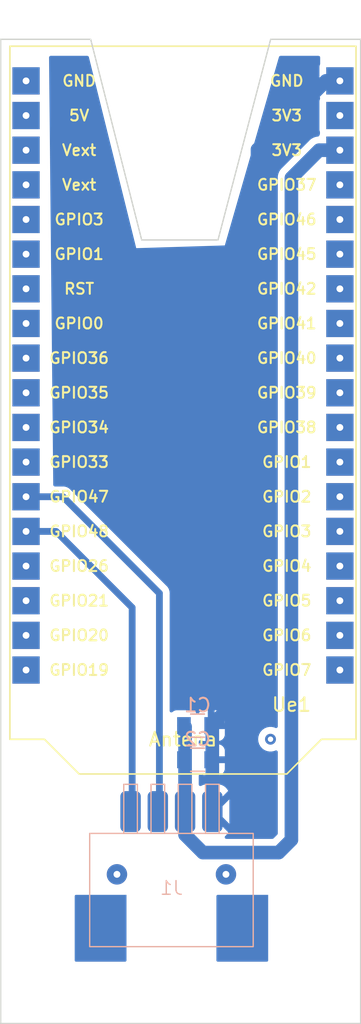
<source format=kicad_pcb>
(kicad_pcb (version 20221018) (generator pcbnew)
  (layers (0 "F.Cu" signal) (31 "B.Cu" signal) (34 "B.Paste" user) (35 "F.Paste" user) (36 "B.SilkS" user "B.Silkscreen") (37 "F.SilkS" user "F.Silkscreen") (38 "B.Mask" user) (39 "F.Mask" user) (44 "Edge.Cuts" user))
  (net 0 "")
  (net 1 "GND")
  (net 2 "+3.3V")
  (net 3 "I2C_SCL")
  (net 4 "I2C_SDA")
  (footprint "Heltec_Lora_footprints:Heltec_WiFi_LoRa_V2_pin_size_2mm" (layer "F.Cu") (at 122.677 200.348)
    (fp_text reference "Ue1" (at 7.959 20.32) (layer "F.SilkS"))
    (fp_text value "Heltec_LoRa-WB32")
    (fp_text user "GPIO33" (at -7.62 2.54) (layer "F.SilkS") (effects (font (size 0.8 0.8))))
    (fp_text user "5V" (at -7.62 -22.86) (layer "F.SilkS") (effects (font (size 0.8 0.8))))
    (fp_text user "GPIO2" (at 7.62 5.08) (layer "F.SilkS") (effects (font (size 0.8 0.8))))
    (fp_text user "GPIO39" (at 7.62 -2.54) (layer "F.SilkS") (effects (font (size 0.8 0.8))))
    (fp_text user "GPIO41" (at 7.62 -7.62) (layer "F.SilkS") (effects (font (size 0.8 0.8))))
    (fp_text user "GPIO21" (at -7.62 12.7) (layer "F.SilkS") (effects (font (size 0.8 0.8))))
    (fp_text user "GPIO4" (at 7.62 10.16) (layer "F.SilkS") (effects (font (size 0.8 0.8))))
    (fp_text user "GPIO46" (at 7.62 -15.24) (layer "F.SilkS") (effects (font (size 0.8 0.8))))
    (fp_text user "Vext" (at -7.62 -20.32) (layer "F.SilkS") (effects (font (size 0.8 0.8))))
    (fp_text user "GPIO19" (at -7.62 17.78) (layer "F.SilkS") (effects (font (size 0.8 0.8))))
    (fp_text user "GPIO48" (at -7.62 7.62) (layer "F.SilkS") (effects (font (size 0.8 0.8))))
    (fp_text user "GPIO47" (at -7.62 5.08) (layer "F.SilkS") (effects (font (size 0.8 0.8))))
    (fp_text user "GPIO20" (at -7.62 15.24) (layer "F.SilkS") (effects (font (size 0.8 0.8))))
    (fp_text user "GPIO1" (at -7.62 -12.7) (layer "F.SilkS") (effects (font (size 0.8 0.8))))
    (fp_text user "3V3" (at 7.62 -20.32) (layer "F.SilkS") (effects (font (size 0.8 0.8))))
    (fp_text user "GPIO7" (at 7.62 17.78) (layer "F.SilkS") (effects (font (size 0.8 0.8))))
    (fp_text user "GND" (at -7.62 -25.4) (layer "F.SilkS") (effects (font (size 0.8 0.8))))
    (fp_text user "GPIO26" (at -7.62 10.16) (layer "F.SilkS") (effects (font (size 0.8 0.8))))
    (fp_text user "GPIO42" (at 7.62 -10.16) (layer "F.SilkS") (effects (font (size 0.8 0.8))))
    (fp_text user "GPIO3" (at -7.62 -15.24) (layer "F.SilkS") (effects (font (size 0.8 0.8))))
    (fp_text user "GND" (at 7.62 -25.4) (layer "F.SilkS") (effects (font (size 0.8 0.8))))
    (fp_text user "Antena" (at 0 22.86) (layer "F.SilkS"))
    (fp_text user "GPIO37" (at 7.62 -17.78) (layer "F.SilkS") (effects (font (size 0.8 0.8))))
    (fp_text user "GPIO34" (at -7.62 0) (layer "F.SilkS") (effects (font (size 0.8 0.8))))
    (fp_text user "RST" (at -7.62 -10.16) (layer "F.SilkS") (effects (font (size 0.8 0.8))))
    (fp_text user "GPIO3" (at 7.62 7.62) (layer "F.SilkS") (effects (font (size 0.8 0.8))))
    (fp_text user "GPIO38" (at 7.62 0) (layer "F.SilkS") (effects (font (size 0.8 0.8))))
    (fp_text user "GPIO40" (at 7.62 -5.08) (layer "F.SilkS") (effects (font (size 0.8 0.8))))
    (fp_text user "GPIO45" (at 7.62 -12.7) (layer "F.SilkS") (effects (font (size 0.8 0.8))))
    (fp_text user "GPIO1" (at 7.62 2.54) (layer "F.SilkS") (effects (font (size 0.8 0.8))))
    (fp_text user "GPIO6" (at 7.62 15.24) (layer "F.SilkS") (effects (font (size 0.8 0.8))))
    (fp_text user "GPIO36" (at -7.62 -5.08) (layer "F.SilkS") (effects (font (size 0.8 0.8))))
    (fp_text user "GPIO0" (at -7.62 -7.62) (layer "F.SilkS") (effects (font (size 0.8 0.8))))
    (fp_text user "3V3" (at 7.62 -22.86) (layer "F.SilkS") (effects (font (size 0.8 0.8))))
    (fp_text user "GPIO35" (at -7.62 -2.54) (layer "F.SilkS") (effects (font (size 0.8 0.8))))
    (fp_text user "GPIO5" (at 7.62 12.7) (layer "F.SilkS") (effects (font (size 0.8 0.8))))
    (fp_text user "Vext" (at -7.62 -17.78) (layer "F.SilkS") (effects (font (size 0.8 0.8))))
    (fp_line (start -12.7 -27.94) (end -12.7 17.78) (stroke (width 0.12)) (layer "F.SilkS"))
    (fp_line (start -12.7 -27.94) (end 12.7 -27.94) (stroke (width 0.12)) (layer "F.SilkS"))
    (fp_line (start -12.7 17.78) (end -12.7 22.86) (stroke (width 0.12)) (layer "F.SilkS"))
    (fp_line (start -12.7 22.86) (end -10.16 22.86) (stroke (width 0.12)) (layer "F.SilkS"))
    (fp_line (start -10.16 22.86) (end -7.62 25.4) (stroke (width 0.12)) (layer "F.SilkS"))
    (fp_line (start -7.62 25.4) (end 7.62 25.4) (stroke (width 0.12)) (layer "F.SilkS"))
    (fp_line (start 7.62 25.4) (end 10.16 22.86) (stroke (width 0.12)) (layer "F.SilkS"))
    (fp_line (start 10.16 22.86) (end 12.7 22.86) (stroke (width 0.12)) (layer "F.SilkS"))
    (fp_line (start 12.7 17.78) (end 12.7 -27.94) (stroke (width 0.12)) (layer "F.SilkS"))
    (fp_line (start 12.7 22.86) (end 12.7 17.78) (stroke (width 0.12)) (layer "F.SilkS"))
    (pad "1" thru_hole rect (at -11.515 -25.4) (size 2 2) (drill 0.5) (layers "*.Cu" "*.Mask"))
    (pad "2" thru_hole rect (at -11.515 -22.86) (size 2 2) (drill 0.5) (layers "*.Cu" "*.Mask"))
    (pad "3" thru_hole rect (at -11.515 -20.32) (size 2 2) (drill 0.5) (layers "*.Cu" "*.Mask"))
    (pad "4" thru_hole rect (at -11.515 -17.78) (size 2 2) (drill 0.5) (layers "*.Cu" "*.Mask"))
    (pad "5" thru_hole rect (at -11.515 -15.24) (size 2 2) (drill 0.5) (layers "*.Cu" "*.Mask"))
    (pad "6" thru_hole rect (at -11.515 -12.7) (size 2 2) (drill 0.5) (layers "*.Cu" "*.Mask"))
    (pad "7" thru_hole rect (at -11.515 -10.16) (size 2 2) (drill 0.5) (layers "*.Cu" "*.Mask"))
    (pad "8" thru_hole rect (at -11.515 -7.62) (size 2 2) (drill 0.5) (layers "*.Cu" "*.Mask"))
    (pad "9" thru_hole rect (at -11.515 -5.08) (size 2 2) (drill 0.5) (layers "*.Cu" "*.Mask"))
    (pad "10" thru_hole rect (at -11.515 -2.54) (size 2 2) (drill 0.5) (layers "*.Cu" "*.Mask"))
    (pad "11" thru_hole rect (at -11.515 0) (size 2 2) (drill 0.5) (layers "*.Cu" "*.Mask"))
    (pad "12" thru_hole rect (at -11.515 2.54) (size 2 2) (drill 0.5) (layers "*.Cu" "*.Mask"))
    (pad "13" thru_hole rect (at -11.515 5.08) (size 2 2) (drill 0.5) (layers "*.Cu" "*.Mask") (net 3 "I2C_SCL"))
    (pad "14" thru_hole rect (at -11.515 7.62) (size 2 2) (drill 0.5) (layers "*.Cu" "*.Mask") (net 4 "I2C_SDA"))
    (pad "15" thru_hole rect (at -11.515 10.16) (size 2 2) (drill 0.5) (layers "*.Cu" "*.Mask"))
    (pad "16" thru_hole rect (at -11.515 12.7) (size 2 2) (drill 0.5) (layers "*.Cu" "*.Mask"))
    (pad "17" thru_hole rect (at -11.515 15.24) (size 2 2) (drill 0.5) (layers "*.Cu" "*.Mask"))
    (pad "18" thru_hole rect (at -11.515 17.78) (size 2 2) (drill 0.5) (layers "*.Cu" "*.Mask"))
    (pad "19" thru_hole rect (at 11.515 17.78) (size 2 2) (drill 0.5) (layers "*.Cu" "*.Mask"))
    (pad "20" thru_hole rect (at 11.515 15.24) (size 2 2) (drill 0.5) (layers "*.Cu" "*.Mask"))
    (pad "21" thru_hole rect (at 11.515 12.7) (size 2 2) (drill 0.5) (layers "*.Cu" "*.Mask"))
    (pad "22" thru_hole rect (at 11.515 10.16) (size 2 2) (drill 0.5) (layers "*.Cu" "*.Mask"))
    (pad "23" thru_hole rect (at 11.515 7.62) (size 2 2) (drill 0.5) (layers "*.Cu" "*.Mask"))
    (pad "24" thru_hole rect (at 11.515 5.08) (size 2 2) (drill 0.5) (layers "*.Cu" "*.Mask" "Eco2.User"))
    (pad "25" thru_hole rect (at 11.515 2.54) (size 2 2) (drill 0.5) (layers "*.Cu" "*.Mask"))
    (pad "26" thru_hole rect (at 11.515 0) (size 2 2) (drill 0.5) (layers "*.Cu" "*.Mask"))
    (pad "27" thru_hole rect (at 11.515 -2.54) (size 2 2) (drill 0.5) (layers "*.Cu" "*.Mask"))
    (pad "28" thru_hole rect (at 11.515 -5.08) (size 2 2) (drill 0.5) (layers "*.Cu" "*.Mask"))
    (pad "29" thru_hole rect (at 11.515 -7.62) (size 2 2) (drill 0.5) (layers "*.Cu" "*.Mask"))
    (pad "30" thru_hole rect (at 11.515 -10.16) (size 2 2) (drill 0.5) (layers "*.Cu" "*.Mask"))
    (pad "31" thru_hole rect (at 11.515 -12.7) (size 2 2) (drill 0.5) (layers "*.Cu" "*.Mask"))
    (pad "32" thru_hole rect (at 11.515 -15.24) (size 2 2) (drill 0.5) (layers "*.Cu" "*.Mask" "B.Paste"))
    (pad "33" thru_hole rect (at 11.515 -17.78) (size 2 2) (drill 0.5) (layers "*.Cu" "*.Mask"))
    (pad "34" thru_hole rect (at 11.515 -20.32) (size 2 2) (drill 0.5) (layers "*.Cu" "*.Mask") (net 2 "+3.3V"))
    (pad "35" thru_hole rect (at 11.515 -22.86) (size 2 2) (drill 0.5) (layers "*.Cu" "*.Mask"))
    (pad "36" thru_hole rect (at 11.515 -25.4) (size 2 2) (drill 0.5) (layers "*.Cu" "*.Mask") (net 1 "GND"))
  )
  (footprint "grove footprint:Grove_female_header" (layer "B.Cu") (at 121.832 234.604 180)
    (fp_text reference "J1" (at 0 0.5 unlocked) (layer "B.SilkS") (effects (font (thickness 0.1)) (justify mirror)))
    (fp_text value "110990030")
    (fp_rect (start -7 -0.1) (end -3.4 -4.8) (stroke (width 0.2)) (fill solid) (layer "B.Cu"))
    (fp_rect (start 3.4 -0.1) (end 7 -4.8) (stroke (width 0.2)) (fill solid) (layer "B.Cu"))
    (fp_line (start -3.5 4.5) (end -3.5 8.1) (stroke (width 0.1)) (layer "B.SilkS"))
    (fp_line (start -3.5 8.1) (end -2.5 8.1) (stroke (width 0.1)) (layer "B.SilkS"))
    (fp_line (start -2.5 4.5) (end -2.5 8.1) (stroke (width 0.1)) (layer "B.SilkS"))
    (fp_line (start -1.5 4.5) (end -1.5 8.1) (stroke (width 0.1)) (layer "B.SilkS"))
    (fp_line (start -1.5 8.1) (end -0.5 8.1) (stroke (width 0.1)) (layer "B.SilkS"))
    (fp_line (start -0.5 4.5) (end -0.5 8.1) (stroke (width 0.1)) (layer "B.SilkS"))
    (fp_line (start 0.5 4.5) (end 0.5 8.1) (stroke (width 0.1)) (layer "B.SilkS"))
    (fp_line (start 0.5 8.1) (end 1.5 8.1) (stroke (width 0.1)) (layer "B.SilkS"))
    (fp_line (start 1.5 4.5) (end 1.5 8.1) (stroke (width 0.1)) (layer "B.SilkS"))
    (fp_line (start 2.5 4.5) (end 2.5 8.1) (stroke (width 0.1)) (layer "B.SilkS"))
    (fp_line (start 2.5 8.1) (end 3.5 8.1) (stroke (width 0.1)) (layer "B.SilkS"))
    (fp_line (start 3.5 4.5) (end 3.5 8.1) (stroke (width 0.1)) (layer "B.SilkS"))
    (fp_rect (start -6 4.5) (end 6 -3.8) (stroke (width 0.1)) (fill none) (layer "B.SilkS"))
    (pad "1" smd roundrect (at -3 6.1 180) (size 1.5 3) (layers "B.Cu" "B.Paste" "B.Mask") (net 1 "GND"))
    (pad "2" smd roundrect (at -1 6.1 180) (size 1.5 3) (layers "B.Cu" "B.Paste" "B.Mask") (net 2 "+3.3V"))
    (pad "3" smd roundrect (at 1 6.1 180) (size 1.5 3) (layers "B.Cu" "B.Paste" "B.Mask") (net 3 "I2C_SCL"))
    (pad "4" smd roundrect (at 3 6.1 180) (size 1.5 3) (layers "B.Cu" "B.Paste" "B.Mask") (net 4 "I2C_SDA"))
    (pad "5" thru_hole circle (at -4 1.5 180) (size 1.5 1.5) (drill 0.5) (layers "*.Cu" "*.Mask"))
    (pad "5" thru_hole circle (at 4 1.5 180) (size 1.5 1.5) (drill 0.5) (layers "*.Cu" "*.Mask"))
  )
  (footprint "capacitor cms:C_0805" (layer "B.Cu") (at 123.748 224.704 180)
    (fp_text reference "C2" (at 0 1.5) (layer "B.SilkS") (effects (justify mirror)))
    (fp_text value "1µ")
    (fp_line (start -0.5 -0.85) (end 0.5 -0.85) (stroke (width 0.12)) (layer "B.SilkS"))
    (fp_line (start 0.5 0.85) (end -0.5 0.85) (stroke (width 0.12)) (layer "B.SilkS"))
    (pad "1" smd rect (at -1 0 180) (size 1 1.25) (layers "B.Cu" "B.Paste" "B.Mask") (net 1 "GND"))
    (pad "2" smd rect (at 1 0 180) (size 1 1.25) (layers "B.Cu" "B.Paste" "B.Mask") (net 2 "+3.3V"))
  )
  (footprint "capacitor cms:C_0805" (layer "B.Cu") (at 123.748 222.204 180)
    (fp_text reference "C1" (at 0 1.5) (layer "B.SilkS") (effects (justify mirror)))
    (fp_text value "100n")
    (fp_line (start -0.5 -0.85) (end 0.5 -0.85) (stroke (width 0.12)) (layer "B.SilkS"))
    (fp_line (start 0.5 0.85) (end -0.5 0.85) (stroke (width 0.12)) (layer "B.SilkS"))
    (pad "1" smd rect (at -1 0 180) (size 1 1.25) (layers "B.Cu" "B.Paste" "B.Mask") (net 1 "GND"))
    (pad "2" smd rect (at 1 0 180) (size 1 1.25) (layers "B.Cu" "B.Paste" "B.Mask") (net 2 "+3.3V"))
  )
  (gr_line (start 115.904 171.9) (end 119.648 186.608) (stroke (width 0.1)) (layer "Edge.Cuts"))
  (gr_line (start 109.3 244.036) (end 109.3 171.9) (stroke (width 0.1)) (layer "Edge.Cuts"))
  (gr_line (start 135.716 171.9) (end 135.716 244.036) (stroke (width 0.1)) (layer "Edge.Cuts"))
  (gr_line (start 135.716 244.036) (end 109.3 244.036) (stroke (width 0.1)) (layer "Edge.Cuts"))
  (gr_line (start 129.112 171.9) (end 135.716 171.9) (stroke (width 0.1)) (layer "Edge.Cuts"))
  (gr_line (start 109.3 171.9) (end 115.904 171.9) (stroke (width 0.1)) (layer "Edge.Cuts"))
  (gr_line (start 125.248 186.608) (end 129.112 171.9) (stroke (width 0.1)) (layer "Edge.Cuts"))
  (gr_line (start 119.648 186.608) (end 125.248 186.608) (stroke (width 0.1)) (layer "Edge.Cuts"))
  (via (at 129.1 223.2) (size 0.8) (drill 0.4) (layers "F.Cu" "B.Cu") (net 0))
  (segment (start 128.148 179.976) (end 133.176 174.948) (width 1) (layer "B.Cu") (net 1))
  (segment (start 124.832 228.504) (end 124.832 222.12) (width 1) (layer "B.Cu") (net 1))
  (segment (start 128.148 218.804) (end 128.148 179.976) (width 1) (layer "B.Cu") (net 1))
  (segment (start 133.176 174.948) (end 134.192 174.948) (width 1) (layer "B.Cu") (net 1))
  (segment (start 124.832 222.12) (end 128.148 218.804) (width 1) (layer "B.Cu") (net 1))
  (segment (start 134.192 180.028) (end 132.668 180.028) (width 1) (layer "B.Cu") (net 2))
  (segment (start 122.832 230.204) (end 122.832 228.504) (width 1) (layer "B.Cu") (net 2))
  (segment (start 122.832 222.288) (end 122.748 222.204) (width 1) (layer "B.Cu") (net 2))
  (segment (start 129.702 231.508) (end 124.136 231.508) (width 1) (layer "B.Cu") (net 2))
  (segment (start 132.668 180.028) (end 130.636 182.06) (width 1) (layer "B.Cu") (net 2))
  (segment (start 130.636 230.574) (end 129.702 231.508) (width 1) (layer "B.Cu") (net 2))
  (segment (start 124.136 231.508) (end 122.832 230.204) (width 1) (layer "B.Cu") (net 2))
  (segment (start 122.832 228.504) (end 122.832 222.288) (width 1) (layer "B.Cu") (net 2))
  (segment (start 130.636 182.06) (end 130.636 230.574) (width 1) (layer "B.Cu") (net 2))
  (segment (start 111.162 205.428) (end 113.872 205.428) (width 0.5) (layer "B.Cu") (net 3))
  (segment (start 113.872 205.428) (end 120.948 212.504) (width 0.5) (layer "B.Cu") (net 3))
  (segment (start 120.948 212.504) (end 120.948 228.388) (width 0.5) (layer "B.Cu") (net 3))
  (segment (start 120.948 228.388) (end 120.832 228.504) (width 0.5) (layer "B.Cu") (net 3))
  (segment (start 118.948 213.552) (end 118.948 228.388) (width 0.5) (layer "B.Cu") (net 4))
  (segment (start 113.364 207.968) (end 118.948 213.552) (width 0.5) (layer "B.Cu") (net 4))
  (segment (start 118.948 228.388) (end 118.832 228.504) (width 0.5) (layer "B.Cu") (net 4))
  (segment (start 111.162 207.968) (end 113.364 207.968) (width 0.5) (layer "B.Cu") (net 4))
  (zone (net 1) (net_name "GND") (layer "B.Cu") (connect_pads (clearance 0.5)) (min_thickness 0.25) (fill yes (thermal_gap 0.5) (thermal_bridge_width 0.5))
    (polygon (pts (xy 115.748 173.108) (xy 119.248 187.208) (xy 125.748 187.008) (xy 129.748 173.108) (xy 132.748 173.108) (xy 132.548 234.108) (xy 113.448 234.108) (xy 112.848 173.108)))
  )
)
</source>
